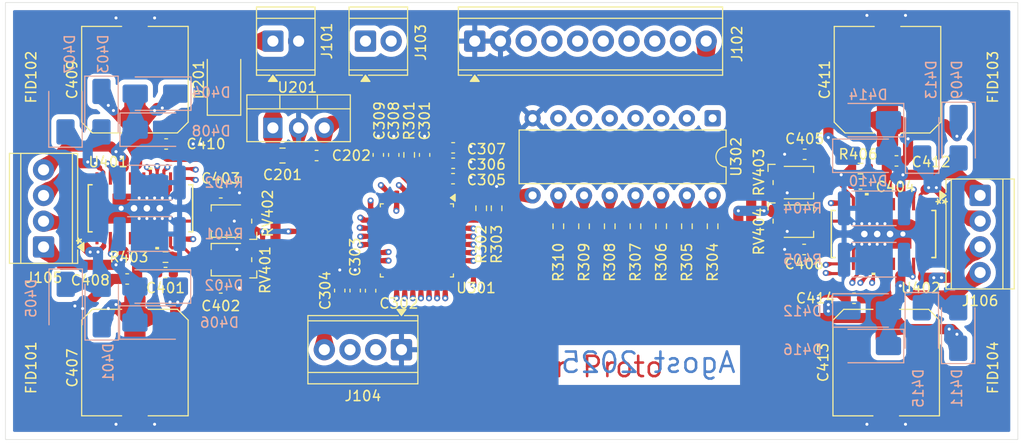
<source format=kicad_pcb>
(kicad_pcb (version 20241229) (generator "pcbnew") (generator_version "9.0")
  (layers (0 "F.Cu" signal) (4 "In1.Cu" signal) (6 "In2.Cu" signal) (2 "B.Cu" signal) (13 "F.Paste" user) (15 "B.Paste" user) (5 "F.SilkS" user "F.Silkscreen") (7 "B.SilkS" user "B.Silkscreen") (1 "F.Mask" user) (3 "B.Mask" user) (25 "Edge.Cuts" user))
  (net 0 "")
  (net 1 "/MCU/NRST")
  (net 2 "GNDREF")
  (net 3 "/DRIVERS/M2_OUT1B")
  (net 4 "/MCU/SYS_SWDIO")
  (net 5 "/MCU/SYS_SWCLK")
  (net 6 "/DRIVERS/M2_OUT1A")
  (net 7 "/DRIVERS/M2_OUT2B")
  (net 8 "/DRIVERS/M2_OUT2A")
  (net 9 "/MCU/IN1")
  (net 10 "/MCU/IN2")
  (net 11 "/MCU/IN3")
  (net 12 "/MCU/BOOT0")
  (net 13 "/MCU/IN4")
  (net 14 "/MCU/IN5")
  (net 15 "/DRIVERS/M1_CR")
  (net 16 "/DRIVERS/M2_CR")
  (net 17 "/DRIVERS/M1_OUT2B")
  (net 18 "/DRIVERS/M1_OUT2A")
  (net 19 "/DRIVERS/M1_OUT1B")
  (net 20 "/DRIVERS/M1_OUT1A")
  (net 21 "/MCU/USART1_RX")
  (net 22 "/MCU/USART1_TX")
  (net 23 "/M1_PS")
  (net 24 "VCC_12V")
  (net 25 "VCC_3V3")
  (net 26 "VDD")
  (net 27 "/M2_MODE1")
  (net 28 "/M2_CK")
  (net 29 "/M2_EN")
  (net 30 "/M2_CLK")
  (net 31 "/M2_PS")
  (net 32 "/M2_MODE0")
  (net 33 "/M1_EN")
  (net 34 "/M1_MODE1")
  (net 35 "/M1_CLK")
  (net 36 "/M1_CK")
  (net 37 "/M1_MODE0")
  (net 38 "/MCU/IN6")
  (net 39 "/MCU/IN7")
  (net 40 "Net-(U401-RNF1)")
  (net 41 "Net-(U401-RNF2)")
  (net 42 "Net-(U402-RNF1)")
  (net 43 "Net-(U402-RNF2)")
  (net 56 "/DRIVERS/M1_MTH")
  (net 57 "/DRIVERS/M1_VREF")
  (net 58 "/DRIVERS/M2_MTH")
  (net 59 "/DRIVERS/M2_VREF")
  (net 60 "/MCU/INI1")
  (net 61 "/MCU/INI2")
  (net 62 "/MCU/INI3")
  (net 63 "/MCU/INI4")
  (net 64 "/MCU/INI5")
  (net 65 "/MCU/INI6")
  (net 66 "/MCU/INI7")
  (footprint "Capacitor_SMD:C_0805_2012Metric" (layer "F.Cu") (at 114.721 80.913)
    (property "Reference" "C201")
    (property "Value" "330nF/50V")
  )
  (footprint "Capacitor_SMD:C_0603_1608Metric" (layer "F.Cu") (at 108.624 84.596)
    (property "Reference" "C403")
    (property "Value" "1000pF/10V")
  )
  (footprint "Capacitor_SMD:C_Elec_10x10.2" (layer "F.Cu") (at 174.477 73.425 90)
    (property "Reference" "C411")
    (property "Value" "470uF/50V")
  )
  (footprint "Prova_Ricard_Driver_footprint:PinHeader_1x03_P1.27mm_Vertical" (layer "F.Cu") (at 100.055 86.12 90)
    (property "Reference" "J107" (hide yes))
    (property "Value" "ThermalDriv1" (hide yes))
  )
  (footprint "HTSSOP-B28_ROM:HTSSOP-B28_ROM" (layer "F.Cu") (at 100.69 86.125 90)
    (property "Reference" "U401")
    (property "Value" "BD63521EFV-E2")
  )
  (footprint "Fiducial:Fiducial_1mm_Mask3mm" (layer "F.Cu") (at 184.891 106.44)
    (property "Reference" "FID104")
    (property "Value" "Fiducial")
  )
  (footprint "Capacitor_SMD:C_0603_1608Metric" (layer "F.Cu") (at 171.81 83.728 180)
    (property "Reference" "C404")
    (property "Value" "1000pF/10V")
  )
  (footprint "Capacitor_SMD:C_0603_1608Metric" (layer "F.Cu") (at 123.423 94.261 90)
    (property "Reference" "C302")
    (property "Value" "100nF/10V")
  )
  (footprint "Diode_SMD:D_SMA" (layer "F.Cu") (at 108.945 73.42 90)
    (property "Reference" "D201")
    (property "Value" "1N4001")
  )
  (footprint "Potentiometer_SMD:Potentiometer_Bourns_TC33X_Vertical" (layer "F.Cu") (at 165.28 83.585)
    (property "Reference" "RV403")
    (property "Value" "R_Potentiometer")
  )
  (footprint "Potentiometer_SMD:Potentiometer_Bourns_TC33X_Vertical" (layer "F.Cu") (at 109.58 91.2 180)
    (property "Reference" "RV401")
    (property "Value" "R_Potentiometer")
  )
  (footprint "Package_DIP:DIP-16_W7.62mm" (layer "F.Cu") (at 157.205 77.23 -90)
    (property "Reference" "U302")
    (property "Value" "ULN2002A")
  )
  (footprint "Resistor_SMD:R_0603_1608Metric" (layer "F.Cu") (at 147.045 87.898 90)
    (property "Reference" "R308")
    (property "Value" "10k")
  )
  (footprint "Capacitor_SMD:C_0603_1608Metric" (layer "F.Cu") (at 175.366 81.442)
    (property "Reference" "C412")
    (property "Value" "100nF/50V")
  )
  (footprint "Resistor_SMD:R_0603_1608Metric" (layer "F.Cu") (at 135.869 86.12 90)
    (property "Reference" "R303")
    (property "Value" "100k")
  )
  (footprint "Resistor_SMD:R_0603_1608Metric" (layer "F.Cu") (at 141.965 87.898 90)
    (property "Reference" "R310")
    (property "Value" "10k")
  )
  (footprint "Capacitor_SMD:C_0603_1608Metric" (layer "F.Cu") (at 166.296 80.791 180)
    (property "Reference" "C405")
    (property "Value" "1000pF/10V")
  )
  (footprint "Capacitor_SMD:C_Elec_10x10.2" (layer "F.Cu") (at 100.1426 101.36 -90)
    (property "Reference" "C407")
    (property "Value" "470uF/50V")
  )
  (footprint "Potentiometer_SMD:Potentiometer_Bourns_TC33X_Vertical" (layer "F.Cu") (at 165.28 87.395)
    (property "Reference" "RV404")
    (property "Value" "R_Potentiometer")
  )
  (footprint "Fiducial:Fiducial_1mm_Mask3mm" (layer "F.Cu") (at 89.895 106.44)
    (property "Reference" "FID101")
    (property "Value" "Fiducial")
  )
  (footprint "Capacitor_SMD:C_0603_1608Metric" (layer "F.Cu") (at 128.757 80.85 90)
    (property "Reference" "C301")
    (property "Value" "100nF")
  )
  (footprint "Fiducial:Fiducial_1mm_Mask3mm" (layer "F.Cu") (at 184.891 68.34)
    (property "Reference" "FID103")
    (property "Value" "Fiducial")
  )
  (footprint "TerminalBlock_TE-Connectivity:TerminalBlock_TE_282834-4_1x04_P2.54mm_Horizontal" (layer "F.Cu") (at 91.1201 89.94 90)
    (property "Reference" "J105")
    (property "Value" "A-B StepMotor 1")
  )
  (footprint "Fiducial:Fiducial_1mm_Mask3mm" (layer "F.Cu") (at 89.895 68.34)
    (property "Reference" "FID102")
    (property "Value" "Fiducial")
  )
  (footprint "Resistor_SMD:R_0603_1608Metric" (layer "F.Cu") (at 154.665 87.898 90)
    (property "Reference" "R305")
    (property "Value" "10k")
  )
  (footprint "Resistor_SMD:R_0603_1608Metric" (layer "F.Cu") (at 144.505 87.898 90)
    (property "Reference" "R309")
    (property "Value" "10k")
  )
  (footprint "Capacitor_SMD:C_0603_1608Metric" (layer "F.Cu") (at 131.577 80.151)
    (property "Reference" "C307")
    (property "Value" "4.7uF/10V")
  )
  (footprint "Resistor_SMD:R_0603_1608Metric" (layer "F.Cu") (at 149.585 87.898 90)
    (property "Reference" "R307")
    (property "Value" "10k")
  )
  (footprint "Resistor_SMD:R_0603_1608Metric" (layer "F.Cu") (at 134.345 86.12 -90)
    (property "Reference" "R302")
    (property "Value" "100k")
  )
  (footprint "TerminalBlock_TE-Connectivity:TerminalBlock_TE_1-282834-0_1x10_P2.54mm_Horizontal" (layer "F.Cu") (at 133.71 69.609)
    (property "Reference" "J102")
    (property "Value" "Screw_Terminal_01x10")
  )
  (footprint "Capacitor_SMD:C_0603_1608Metric" (layer "F.Cu") (at 120.375 94.248 90)
    (property "Reference" "C304")
    (property "Value" "4.7uF/10V")
  )
  (footprint "Package_QFP:LQFP-32_7x7mm_P0.8mm" (layer "F.Cu") (at 127.995 89.295 -90)
    (property "Reference" "U301")
    (property "Value" "STM32F030K6Tx")
  )
  (footprint "Resistor_SMD:R_0603_1608Metric" (layer "F.Cu") (at 157.205 87.898 90)
    (property "Reference" "R304")
    (property "Value" "10k")
  )
  (footprint "TerminalBlock_TE-Connectivity:TerminalBlock_TE_282834-2_1x02_P2.54mm_Horizontal" (layer "F.Cu") (at 122.915 69.61)
    (property "Reference" "J103")
    (property "Value" "USART")
  )
  (footprint "Capacitor_SMD:C_0603_1608Metric" (layer "F.Cu") (at 124.185 80.85 90)
    (property "Reference" "C309")
    (property "Value" "4.7uF/10V")
  )
  (footprint "Capacitor_SMD:C_0603_1608Metric" (layer "F.Cu") (at 99.3806 93.105 180)
    (property "Reference" "C408")
    (property "Value" "100nF/50V")
  )
  (footprint "Resistor_SMD:R_0603_1608Metric" (layer "F.Cu") (at 152.125 87.898 90)
    (property "Reference" "R306")
    (property "Value" "10k")
  )
  (footprint "Capacitor_SMD:C_0603_1608Metric" (layer "F.Cu") (at 171.175 95.015 180)
    (property "Reference" "C414")
    (property "Value" "100nF/50V")
  )
  (footprint "Capacitor_SMD:C_Elec_10x10.2" (layer "F.Cu") (at 100.1426 73.42 90)
    (property "Reference" "C409")
    (property "Value" "470uF/50V")
  )
  (footprint "Capacitor_SMD:C_0603_1608Metric" (layer "F.Cu") (at 108.624 93.994)
    (property "Reference" "C402")
    (property "Value" "1000pF/10V")
  )
  (footprint "Capacitor_SMD:C_0603_1608Metric" (layer "F.Cu") (at 131.577 81.675)
    (property "Reference" "C306")
    (property "Value" "100nF/10V")
  )
  (footprint "Potentiometer_SMD:Potentiometer_Bourns_TC33X_Vertical" (layer "F.Cu") (at 109.58 87.39 180)
    (property "Reference" "RV402")
    (property "Value" "R_Potentiometer")
  )
  (footprint "Capacitor_SMD:C_0603_1608Metric" (layer "F.Cu") (at 118.089 80.913 180)
    (property "Reference" "C202")
    (property "Value" "100nF/10V")
  )
  (footprint "Capacitor_SMD:C_0603_1608Metric" (layer "F.Cu") (at 103.23 79.77)
    (property "Reference" "C410")
    (property "Value" "100nF/50V")
  )
  (footprint "Package_TO_SOT_THT:TO-220-3_Vertical" (layer "F.Cu") (at 113.771 78.18)
    (property "Reference" "U201")
    (property "Value" "LM7833_TO220")
  )
  (footprint "Capacitor_SMD:C_0603_1608Metric" (layer "F.Cu") (at 121.899 94.248 90)
    (property "Reference" "C303")
    (property "Value" "100nF/10V")
  )
  (footprint "Capacitor_SMD:C_Elec_10x10.2" (layer "F.Cu") (at 174.35 101.365 -90)
    (property "Reference" "C413")
    (property "Value" "470uF/50V")
  )
  (footprint "TerminalBlock_TE-Connectivity:TerminalBlock_TE_282834-2_1x02_P2.54mm_Horizontal" (layer "F.Cu") (at 113.772 69.61)
    (property "Reference" "J101")
    (property "Value" "Batteries")
  )
  (footprint "Resistor_SMD:R_0603_1608Metric" (layer "F.Cu") (at 171.81 82.204 180)
    (property "Reference" "R406")
    (property "Value" "39k")
  )
  (footprint "Resistor_SMD:R_0603_1608Metric" (layer "F.Cu") (at 127.233 80.85 -90)
    (property "Reference" "R301")
    (property "Value" "100k")
  )
  (footprint "Capacitor_SMD:C_0603_1608Metric" (layer "F.Cu") (at 125.709 80.85 90)
    (property "Reference" "C308")
    (property "Value" "10nF/10V")
  )
  (footprint "Resistor_SMD:R_0603_1608Metric" (layer "F.Cu") (at 103.166 90.946)
    (property "Reference" "R403")
    (property "Value" "39k")
  )
  (footprint "Capacitor_SMD:C_0603_1608Metric" (layer "F.Cu") (at 166.2452 90.189 180)
    (property "Reference" "C406")
    (property "Value" "1000pF/10V")
  )
  (footprint "TerminalBlock_TE-Connectivity:TerminalBlock_TE_282834-4_1x04_P2.54mm_Horizontal" (layer "F.Cu") (at 183.6265 84.85 -90)
    (property "Reference" "J106")
    (property "Value" "A-B StepMotor 2")
  )
  (footprint "TerminalBlock_TE-Connectivity:TerminalBlock_TE_282834-4_1x04_P2.54mm_Horizontal" (layer "F.Cu") (at 126.471 100.09 180)
    (property "Reference" "J104")
    (property "Value" "Conn_Prog")
  )
  (footprint "HTSSOP-B28_ROM:HTSSOP-B28_ROM" (layer "F.Cu") (at 174.0814 88.665 -90)
    (property "Reference" "U402")
    (property "Value" "BD63521EFV-E2")
  )
  (footprint "Capacitor_SMD:C_0603_1608Metric" (layer "F.Cu") (at 131.564 83.199)
    (property "Reference" "C305")
    (property "Value" "100nF/10V")
  )
  (footprint "Prova_Ricard_Driver_footprint:PinHeader_1x03_P1.27mm_Vertical" (layer "F.Cu") (at 174.731 88.665 -90)
    (property "Reference" "J108" (hide yes))
    (property "Value" "ThermalDriv2" (hide yes))
  )
  (footprint "Capacitor_SMD:C_0603_1608Metric" (layer "F.Cu") (at 103.166 92.47)
    (property "Reference" "C401")
    (property "Value" "1000pF/10V")
  )
  (footprint "Diode_SMD:D_SMA" (layer "B.Cu") (at 102.1426 93.851 180)
    (property "Reference" "D402")
    (property "Value" "SK36A")
  )
  (footprint "Diode_SMD:D_SMA" (layer "B.Cu") (at 172.572 77.418 180)
    (property "Reference" "D414")
    (property "Value" "SK36A")
  )
  (footprint "Diode_SMD:D_SMA" (layer "B.Cu") (at 177.866 97.952 -90)
    (property "Reference" "D415")
    (property "Value" "SK36A")
  )
  (footprint "Resistor_SMD:R_2512_6332Metric" (layer "B.Cu") (at 173.1515 91.205 180)
    (property "Reference" "R405")
    (property "Value" "0.25R")
  )
  (footprint "Diode_SMD:D_SMA" (layer "B.Cu") (at 96.8646 95.629 90)
    (property "Reference" "D401")
    (property "Value" "SK36A")
  )
  (footprint "Diode_SMD:D_SMA" (layer "B.Cu") (at 172.572 96.214)
    (property "Reference" "D412")
    (property "Value" "SK36A")
  )
  (footprint "Resistor_SMD:R_2512_6332Metric" (layer "B.Cu") (at 101.5951 88.665)
    (property "Reference" "R401")
    (property "Value" "0.25R")
  )
  (footprint "Diode_SMD:D_SMA" (layer "B.Cu") (at 172.572 99.73 180)
    (property "Reference" "D416")
    (property "Value" "SK36A")
  )
  (footprint "Diode_SMD:D_SMA" (layer "B.Cu") (at 181.502 79.156 -90)
    (property "Reference" "D409")
    (property "Value" "SK36A")
  )
  (footprint "Resistor_SMD:R_2512_6332Metric" (layer "B.Cu") (at 173.1515 86.125 180)
    (property "Reference" "R404")
    (property "Value" "0.25R")
  )
  (footprint "Diode_SMD:D_SMA" (layer "B.Cu") (at 93.3086 95.629 -90)
    (property "Reference" "D405")
    (property "Value" "SK36A")
  )
  (footprint "Diode_SMD:D_SMA" (layer "B.Cu") (at 102.1746 78.357)
    (property "Reference" "D408")
    (property "Value" "SK36A")
  )
  (footprint "Diode_SMD:D_SMA" (layer "B.Cu") (at 96.8406 76.579 -90)
    (property "Reference" "D403")
    (property "Value" "SK36A")
  )
  (footprint "Diode_SMD:D_SMA" (layer "B.Cu") (at 102.1746 74.801 180)
    (property "Reference" "D404")
    (property "Value" "SK36A")
  )
  (footprint "Resistor_SMD:R_2512_6332Metric" (layer "B.Cu") (at 101.5951 83.585)
    (property "Reference" "R402")
    (property "Value" "0.25R")
  )
  (footprint "Diode_SMD:D_SMA" (layer "B.Cu") (at 93.2846 76.579 90)
    (property "Reference" "D407")
    (property "Value" "SK36A")
  )
  (footprint "Diode_SMD:D_SMA" (layer "B.Cu") (at 177.906 79.156 90)
    (property "Reference" "D413")
    (property "Value" "SK36A")
  )
  (footprint "Diode_SMD:D_SMA" (layer "B.Cu") (at 181.462 97.952 90)
    (property "Reference" "D411")
    (property "Value" "SK36A")
  )
  (footprint "Diode_SMD:D_SMA" (layer "B.Cu") (at 102.1426 97.407)
    (property "Reference" "D406")
    (property "Value" "SK36A")
  )
  (footprint "Diode_SMD:D_SMA" (layer "B.Cu") (at 172.572 80.934)
    (property "Reference" "D410")
    (property "Value" "SK36A")
  )
  (gr_rect (start 87.355 65.8) (end 187.355 108.96) (stroke (width 0.05)) (fill no) (layer "Edge.Cuts"))
  (gr_text "Driver Proto\nR.Casas" (at 143.235 103.392 0) (layer "F.Cu") (effects (font (size 2 2) (thickness 0.25) (bold yes))))
  (gr_text "Agost 2025" (at 150.855 101.36 0) (layer "B.Cu") (effects (font (size 2 2) (thickness 0.25) (bold yes)) (justify mirror)))
  (segment (start 128.707 81.675) (end 128.757 81.625) (width 0.5) (layer "F.Cu") (net 1))
  (segment (start 127.233 81.675) (end 128.707 81.675) (width 0.5) (layer "F.Cu") (net 1))
  (segment (start 128.395 81.987) (end 128.757 81.625) (width 0.5) (layer "F.Cu") (net 1))
  (segment (start 128.395 85.12) (end 128.395 81.987) (width 0.5) (layer "F.Cu") (net 1))
  (segment (start 121.899 93.473) (end 120.375 93.473) (width 0.5) (layer "F.Cu") (net 2))
  (segment (start 170.079 94.694) (end 170.4 95.015) (width 0.5) (layer "F.Cu") (net 2))
  (segment (start 125.709 80.075) (end 125.709 79.008) (width 0.5) (layer "F.Cu") (net 2))
  (segment (start 178.374 85.7186) (end 178.374 86.795) (width 0.3) (layer "F.Cu") (net 2))
  (segment (start 103.0014 89.9564) (end 103.991 90.946) (width 0.3) (layer "F.Cu") (net 2))
  (segment (start 165.521 80.791) (end 164.322 80.791) (width 0.3) (layer "F.Cu") (net 2))
  (segment (start 124.185 80.075) (end 124.185 79.008) (width 0.5) (layer "F.Cu") (net 2))
  (segment (start 102.849 85.104) (end 103.6618 84.2912) (width 0.3) (layer "F.Cu") (net 2))
  (segment (start 171.77 85.7186) (end 171.77 87.477) (width 0.3) (layer "F.Cu") (net 2))
  (segment (start 121.912 93.486) (end 121.899 93.473) (width 0.5) (layer "F.Cu") (net 2))
  (segment (start 95.483 95.518) (end 94.975 96.026) (width 1) (layer "F.Cu") (net 2))
  (segment (start 103.991 90.946) (end 103.991 92.42) (width 0.3) (layer "F.Cu") (net 2))
  (segment (start 135.869 85.295) (end 135.869 83.961) (width 0.5) (layer "F.Cu") (net 2))
  (segment (start 103.0014 87.2884) (end 102.849 87.136) (width 0.3) (layer "F.Cu") (net 2))
  (segment (start 116.311 80.466) (end 116.311 79.91) (width 1) (layer "F.Cu") (net 2))
  (segment (start 109.399 84.596) (end 110.469 84.596) (width 0.5) (layer "F.Cu") (net 2))
  (segment (start 98.277 107.456) (end 102.087 107.456) (width 1) (layer "F.Cu") (net 2))
  (segment (start 94.213 95.772) (end 95.229 95.772) (width 1) (layer "F.Cu") (net 2))
  (segment (start 116.311 79.91) (end 116.311 78.18) (width 1) (layer "F.Cu") (net 2))
  (segment (start 105.897 79.77) (end 104.627 79.77) (width 1) (layer "F.Cu") (net 2))
  (segment (start 110.215 90.184) (end 111.364 90.184) (width 0.3) (layer "F.Cu") (net 2))
  (segment (start 123.82 93.089) (end 123.82 92.095) (width 0.5) (layer "F.Cu") (net 2))
  (segment (start 98.277 67.324) (end 102.087 67.324) (width 1) (layer "F.Cu") (net 2))
  (segment (start 132.352 81.675) (end 133.202 81.675) (width 0.5) (layer "F.Cu") (net 2))
  (segment (start 103.0014 89.0714) (end 103.0014 87.2884) (width 0.3) (layer "F.Cu") (net 2))
  (segment (start 167.935 94.694) (end 170.079 94.694) (width 0.5) (layer "F.Cu") (net 2))
  (segment (start 164.322 80.791) (end 164.317 80.786) (width 0.3) (layer "F.Cu") (net 2))
  (segment (start 103.0014 89.0714) (end 103.0014 89.9564) (width 0.3) (layer "F.Cu") (net 2))
  (segment (start 101.6806 87.4916) (end 101.325 87.136) (width 0.3) (layer "F.Cu") (net 2))
  (segment (start 170.985 82.204) (end 170.519 82.204) (width 0.3) (layer "F.Cu") (net 2))
  (segment (start 170.519 82.204) (end 169.905 82.818) (width 0.3) (layer "F.Cu") (net 2))
  (segment (start 171.035 83.728) (end 170.815 83.728) (width 0.3) (layer "F.Cu") (net 2))
  (segment (start 132.17 86.495) (end 132.339 86.326) (width 0.5) (layer "F.Cu") (net 2))
  (segment (start 133.202 81.675) (end 133.329 81.548) (width 0.5) (layer "F.Cu") (net 2))
  (segment (start 176.509 81.074) (end 176.141 81.442) (width 1) (layer "F.Cu") (net 2))
  (segment (start 165.4702 90.189) (end 164.322 90.189) (width 0.3) (layer "F.Cu") (net 2))
  (segment (start 164.322 90.189) (end 164.317 90.184) (width 0.3) (layer "F.Cu") (net 2))
  (segment (start 171.1096 91.6114) (end 171.1096 89.7414) (width 0.3) (layer "F.Cu") (net 2))
  (segment (start 124.185 80.075) (end 125.709 80.075) (width 0.5) (layer "F.Cu") (net 2))
  (segment (start 121.899 93.473) (end 121.899 92.216) (width 0.5) (layer "F.Cu") (net 2))
  (segment (start 115.864 80.913) (end 116.311 80.466) (width 1) (layer "F.Cu") (net 2))
  (segment (start 173.0908 85.7186) (end 173.0908 87.2738) (width 0.3) (layer "F.Cu") (net 2))
  (segment (start 173.0908 87.2738) (end 173.461 87.644) (width 0.3) (layer "F.Cu") (net 2))
  (segment (start 170.815 83.728) (end 169.905 82.818) (width 0.3) (layer "F.Cu") (net 2))
  (segment (start 171.77 87.477) (end 171.937 87.644) (width 0.3) (layer "F.Cu") (net 2))
  (segment (start 123.423 93.486) (end 121.912 93.486) (width 0.5) (layer "F.Cu") (net 2))
  (segment (start 132.352 80.151) (end 133.202 80.151) (width 0.5) (layer "F.Cu") (net 2))
  (segment (start 163.48 84.585) (end 164.56 84.585) (width 0.3) (layer "F.Cu") (net 2))
  (segment (start 97.896 93.105) (end 95.483 95.518) (width 1) (layer "F.Cu") (net 2))
  (segment (start 171.1096 89.7414) (end 171.175 89.676) (width 0.3) (layer "F.Cu") (net 2))
  (segment (start 109.961 87.39) (end 110.38 87.39) (width 0.3) (layer "F.Cu") (net 2))
  (segment (start 103.6618 84.2912) (end 103.6618 83.1786) (width 0.3) (layer "F.Cu") (net 2))
  (segment (start 172.445 107.456) (end 176.255 107.456) (width 1) (layer "F.Cu") (net 2))
  (segment (start 101.6806 89.0714) (end 101.6806 87.4916) (width 0.3) (layer "F.Cu") (net 2))
  (segment (start 132.339 86.326) (end 132.339 83.199) (width 0.5) (layer "F.Cu") (net 2))
  (segment (start 172.445 67.07) (end 176.255 67.07) (width 1) (layer "F.Cu") (net 2))
  (segment (start 176.509 79.262) (end 176.509 81.074) (width 1) (layer "F.Cu") (net 2))
  (segment (start 164.56 84.585) (end 164.571 84.596) (width 0.3) (layer "F.Cu") (net 2))
  (segment (start 98.6056 93.105) (end 97.896 93.105) (width 1) (layer "F.Cu") (net 2))
  (segment (start 132.352 83.186) (end 132.339 83.199) (width 0.5) (layer "F.Cu") (net 2))
  (segment (start 123.423 93.486) (end 123.82 93.089) (width 0.5) (layer "F.Cu") (net 2))
  (segment (start 178.374 86.795) (end 176.509 88.66) (width 0.3) (layer "F.Cu") (net 2))
  (segment (start 133.202 83.199) (end 133.329 83.072) (width 0.5) (layer "F.Cu") (net 2))
  (segment (start 117.314 80.913) (end 116.311 79.91) (width 1) (layer "F.Cu") (net 2))
  (segment (start 109.399 93.994) (end 110.469 93.994) (width 0.5) (layer "F.Cu") (net 2))
  (segment (start 106.659 79.77) (end 104.627 79.77) (width 1) (layer "F.Cu") (net 2))
  (segment (start 120.375 93.473) (end 120.375 92.216) (width 0.5) (layer "F.Cu") (net 2))
  (segment (start 97.515 87.136) (end 98.277 87.136) (width 0.3) (layer "F.Cu") (net 2))
  (segment (start 96.3974 89.0714) (end 96.3974 88.2536) (width 0.3) (layer "F.Cu") (net 2))
  (segment (start 132.339 83.199) (end 133.202 83.199) (width 0.5) (layer "F.Cu") (net 2))
  (segment (start 96.3974 88.2536) (end 97.515 87.136) (width 0.3) (layer "F.Cu") (net 2))
  (segment (start 110.38 87.39) (end 111.38 86.39) (width 0.3) (layer "F.Cu") (net 2))
  (segment (start 133.202 80.151) (end 133.329 80.024) (width 0.5) (layer "F.Cu") (net 2))
  (segment (start 164.56 88.395) (end 164.571 88.406) (width 0.3) (layer "F.Cu") (net 2))
  (segment (start 104.005 79.77) (end 104.627 79.77) (width 1) (layer "F.Cu") (net 2))
  (segment (start 132.352 80.151) (end 132.352 81.675) (width 0.5) (layer "F.Cu") (net 2))
  (segment (start 103.991 92.42) (end 103.941 92.47) (width 0.3) (layer "F.Cu") (net 2))
  (segment (start 132.352 81.675) (end 132.352 83.186) (width 0.5) (layer "F.Cu") (net 2))
  (segment (start 167.619 95.01) (end 167.935 94.694) (width 0.5) (layer "F.Cu") (net 2))
  (segment (start 95.229 95.772) (end 95.483 95.518) (width 1) (layer "F.Cu") (net 2))
  (segment (start 111.364 90.184) (end 111.38 90.2) (width 0.3) (layer "F.Cu") (net 2))
  (segment (start 128.757 80.075) (end 128.757 79.008) (width 0.5) (layer "F.Cu") (net 2))
  (segment (start 163.48 88.395) (end 164.56 88.395) (width 0.3) (layer "F.Cu") (net 2))
  (via (at 176.509 79.262) (size 0.6) (drill 0.3) (layers "F.Cu" "B.Cu") (net 2))
  (via (at 105.897 79.77) (size 0.6) (drill 0.3) (layers "F.Cu" "B.Cu") (net 2))
  (via (at 110.215 90.184) (size 0.6) (drill 0.3) (layers "F.Cu" "B.Cu") (net 2))
  (via (at 176.255 107.456) (size 0.6) (drill 0.3) (layers "F.Cu" "B.Cu") (net 2))
  (via (at 172.699 89.676) (size 0.6) (drill 0.3) (layers "F.Cu" "B.Cu") (net 2))
  (via (at 172.445 107.456) (size 0.6) (drill 0.3) (layers "F.Cu" "B.Cu") (net 2))
  (via (at 110.469 93.994) (size 0.6) (drill 0.3) (layers "F.Cu" "B.Cu") (net 2))
  (via (at 172.445 67.07) (size 0.6) (drill 0.3) (layers "F.Cu" "B.Cu") (net 2))
  (via (at 121.899 92.216) (size 0.6) (drill 0.3) (layers "F.Cu" "B.Cu") (net 2))
  (via (at 174.223 87.644) (size 0.6) (drill 0.3) (layers "F.Cu" "B.Cu") (net 2))
  (via (at 100.563 87.136) (size 0.6) (drill 0.3) (layers "F.Cu" "B.Cu") (net 2))
  (via (at 102.849 85.104) (size 0.6) (drill 0.3) (layers "F.Cu" "B.Cu") (net 2))
  (via (at 120.375 92.216) (size 0.6) (drill 0.3) (layers "F.Cu" "B.Cu") (net 2))
  (via (at 173.461 89.676) (size 0.6) (drill 0.3) (layers "F.Cu" "B.Cu") (net 2))
  (via (at 135.869 83.961) (size 0.6) (drill 0.3) (layers "F.Cu" "B.Cu") (net 2))
  (via (at 176.001 88.66) (size 0.7) (drill 0.5) (layers "F.Cu" "B.Cu") (net 2))
  (via (at 164.317 80.786) (size 0.6) (drill 0.3) (layers "F.Cu" "B.Cu") (net 2))
  (via (at 101.325 87.136) (size 0.6) (drill 0.3) (layers "F.Cu" "B.Cu") (net 2))
  (via (at 102.087 67.324) (size 0.6) (drill 0.3) (layers "F.Cu" "B.Cu") (net 2))
  (via (at 100.563 85.104) (size 0.6) (drill 0.3) (layers "F.Cu" "B.Cu") (net 2))
  (via (at 164.571 84.596) (size 0.6) (drill 0.3) (layers "F.Cu" "B.Cu") (net 2))
  (via (at 98.277 107.456) (size 0.6) (drill 0.3) (layers "F.Cu" "B.Cu") (net 2))
  (via (at 103.611 87.136) (size 0.6) (drill 0.3) (layers "F.Cu" "B.Cu") (net 2))
  (via (at 133.329 80.024) (size 0.6) (drill 0.3) (layers "F.Cu" "B.Cu") (net 2))
  (via (at 171.175 89.676) (size 0.6) (drill 0.3) (layers "F.Cu" "B.Cu") (net 2))
  (via (at 164.571 88.406) (size 0.6) (drill 0.3) (layers "F.Cu" "B.Cu") (net 2))
  (via (at 94.975 96.026) (size 0.6) (drill 0.3) (layers "F.Cu" "B.Cu") (net 2))
  (via (at 98.785 86.12) (size 0.7) (drill 0.5) (layers "F.Cu" "B.Cu") (net 2))
  (via (at 173.461 87.644) (size 0.6) (drill 0.3) (layers "F.Cu" "B.Cu") (net 2))
  (via (at 172.699 87.644) (size 0.6) (drill 0.3) (layers "F.Cu" "B.Cu") (net 2))
  (via (at 171.937 87.644) (size 0.6) (drill 0.3) (layers "F.Cu" "B.Cu") (net 2))
  (via (at 167.619 95.01) (size 0.6) (drill 0.3) (layers "F.Cu" "B.Cu") (net 2))
  (via (at 133.329 81.548) (size 0.6) (drill 0.3) (layers "F.Cu" "B.Cu") (net 2))
  (via (at 110.469 84.596) (size 0.6) (drill 0.3) (layers "F.Cu" "B.Cu") (net 2))
  (via (at 125.709 79.008) (size 0.6) (drill 0.3) (layers "F.Cu" "B.Cu") (net 2))
  (via (at 102.087 87.136) (size 0.6) (drill 0.3) (layers "F.Cu" "B.Cu") (net 2))
  (via (at 171.175 87.644) (size 0.6) (drill 0.3) (layers "F.Cu" "B.Cu") (net 2))
  (via (at 101.325 85.104) (size 0.6) (drill 0.3) (layers "F.Cu" "B.Cu") (net 2))
  (via (at 109.961 87.39) (size 0.6) (drill 0.3) (layers "F.Cu" "B.Cu") (net 2))
  (via (at 102.087 85.104) (size 0.6) (drill 0.3) (layers "F.Cu" "B.Cu") (net 2))
  (via (at 94.213 95.772) (size 0.6) (drill 0.3) (layers "F.Cu" "B.Cu") (net 2))
  (via (at 98.277 67.324) (size 0.6) (drill 0.3) (layers "F.Cu" "B.Cu") (net 2))
  (via (at 169.905 82.818) (size 0.6) (drill 0.3) (layers "F.Cu" "B.Cu") (net 2))
  (via (at 103.611 85.104) (size 0.6) (drill 0.3) (layers "F.Cu" "B.Cu") (net 2))
  (via (at 102.087 107.456) (size 0.6) (drill 0.3) (layers "F.Cu" "B.Cu") (net 2))
  (via (at 174.223 89.676) (size 0.6) (drill 0.3) (layers "F.Cu" "B.Cu") (net 2))
  (via (at 171.937 89.676) (size 0.6) (drill 0.3) (layers "F.Cu" "B.Cu") (net 2))
  (via (at 164.317 90.184) (size 0.6) (drill 0.3) (layers "F.Cu" "B.Cu") (net 2))
  (via (at 176.255 67.07) (size 0.6) (drill 0.3) (layers "F.Cu" "B.Cu") (net 2))
  (via (at 106.659 79.77) (size 0.6) (drill 0.3) (layers "F.Cu" "B.Cu") (net 2))
  (via (at 124.185 79.008) (size 0.6) (drill 0.3) (layers "F.Cu" "B.Cu") (net 2))
  (via (at 102.849 87.136) (size 0.6) (drill 0.3) (layers "F.Cu" "B.Cu") (net 2))
  (via (at 133.329 83.072) (size 0.6) (drill 0.3) (layers "F.Cu" "B.Cu") (net 2))
  (via (at 128.757 79.008) (size 0.6) (drill 0.3) (layers "F.Cu" "B.Cu") (net 2))
  (segment (start 104.5576 88.0826) (end 104.5576 88.665) (width 0.5) (layer "B.Cu") (net 2))
  (segment (start 170.189 86.658) (end 171.175 87.644) (width 0.5) (layer "B.Cu") (net 2))
  (segment (start 170.189 91.205) (end 170.189 90.662) (width 0.5) (layer "B.Cu") (net 2))
  (segment (start 94.975 96.026) (end 94.9116 96.026) (width 1) (layer "B.Cu") (net 2))
  (segment (start 136.25 74.055) (end 139.425 77.23) (width 0.5) (layer "B.Cu") (net 2))
  (segment (start 94.213 96.28) (end 94.4353 96.5023) (width 1) (layer "B.Cu") (net 2))
  (segment (start 94.4353 96.5023) (end 93.3086 97.629) (width 1) (layer "B.Cu") (net 2))
  (segment (start 104.5576 84.1574) (end 104.5576 83.585) (width 0.5) (layer "B.Cu") (net 2))
  (segment (start 170.189 86.125) (end 170.189 86.658) (width 0.5) (layer "B.Cu") (net 2))
  (segment (start 94.9116 96.026) (end 94.4353 96.5023) (width 1) (layer "B.Cu") (net 2))
  (segment (start 94.213 95.772) (end 94.213 96.28) (width 1) (layer "B.Cu") (net 2))
  (segment (start 136.25 69.61) (end 133.71 69.61) (width 0.5) (layer "B.Cu") (net 2))
  (segment (start 136.25 69.61) (end 136.25 74.055) (width 0.5) (layer "B.Cu") (net 2))
  (segment (start 103.611 85.104) (end 104.5576 84.1574) (width 0.5) (layer "B.Cu") (net 2))
  (segment (start 170.189 90.662) (end 171.175 89.676) (width 0.5) (layer "B.Cu") (net 2))
  (segment (start 103.611 87.136) (end 104.5576 88.0826) (width 0.5) (layer "B.Cu") (net 2))
  (segment (start 178.2338 84.2888) (end 177.7136 84.809) (width 0.3) (layer "F.Cu") (net 3))
  (segment (start 178.4346 84.088) (end 178.2338 84.2888) (width 1) (layer "F.Cu") (net 3))
  (segment (start 179.303 84.088) (end 178.4346 84.088) (width 1) (layer "F.Cu") (net 3))
  (segment (start 182.605 87.39) (end 179.303 84.088) (width 1) (layer "F.Cu") (net 3))
  (segment (start 178.541 84.088) (end 178.4346 84.088) (width 0.3) (layer "F.Cu") (net 3))
  (segment (start 177.7136 84.809) (end 177.7136 85.7186) (width 0.3) (layer "F.Cu") (net 3))
  (segment (start 183.6265 87.39) (end 182.605 87.39) (width 1) (layer "F.Cu") (net 3))
  (via (at 178.541 84.088) (size 0.6) (drill 0.3) (layers "F.Cu" "B.Cu") (net 3))
  (via (at 179.303 84.088) (size 0.6) (drill 0.3) (layers "F.Cu" "B.Cu") (net 3))
  (segment (start 179.303 83.355) (end 181.502 81.156) (width 1) (layer "B.Cu") (net 3))
  (segment (start 178.541 84.088) (end 178.541 81.791) (width 1) (layer "B.Cu") (net 3))
  (segment (start 178.541 81.791) (end 177.906 81.156) (width 1) (layer "B.Cu") (net 3))
  (segment (start 178.541 84.088) (end 179.303 84.088) (width 1) (layer "B.Cu") (net 3))
  (segment (start 179.303 84.088) (end 179.303 83.355) (width 1) (layer "B.Cu") (net 3))
  (segment (start 129.995 95.01) (end 129.995 93.47) (width 0.5) (layer "F.Cu") (net 4))
  (via (at 129.995 95.01) (size 0.6) (drill 0.3) (layers "F.Cu" "B.Cu") (net 4))
  (segment (start 130.795 95.01) (end 130.795 93.47) (width 0.5) (layer "F.Cu") (net 5))
  (via (at 130.795 95.01) (size 0.6) (drill 0.3) (layers "F.Cu" "B.Cu") (net 5))
  (segment (start 175.747 83.58) (end 175.747 83.072) (width 1) (layer "F.Cu") (net 6))
  (segment (start 175.747 84.596) (end 175.747 83.58) (width 1) (layer "F.Cu") (net 6))
  (segment (start 181.5945 82.818) (end 183.6265 84.85) (width 1) (layer "F.Cu") (net 6))
  (segment (start 175.7324 84.6106) (end 175.7324 85.7186) (width 0.3) (layer "F.Cu") (net 6))
  (segment (start 175.7324 84.6106) (end 175.747 84.596) (width 1) (layer "F.Cu") (net 6))
  (segment (start 175.747 83.072) (end 176.001 82.818) (width 1) (layer "F.Cu") (net 6))
  (segment (start 176.001 82.818) (end 181.5945 82.818) (width 1) (layer "F.Cu") (net 6))
  (via (at 175.747 83.58) (size 0.6) (drill 0.3) (layers "F.Cu" "B.Cu") (net 6))
  (via (at 176.001 82.818) (size 0.6) (drill 0.3) (layers "F.Cu" "B.Cu") (net 6))
  (segment (start 174.572 80.934) (end 174.572 77.418) (width 1) (layer "B.Cu") (net 6))
  (segment (start 176.001 82.818) (end 176.001 82.363) (width 1) (layer "B.Cu") (net 6))
  (segment (start 176.001 82.363) (end 175.7205 82.0825) (width 1) (layer "B.Cu") (net 6))
  (segment (start 175.747 83.58) (end 175.239 83.072) (width 1) (layer "B.Cu") (net 6))
  (segment (start 175.7205 82.5905) (end 175.7205 82.0825) (width 1) (layer "B.Cu") (net 6))
  (segment (start 175.239 83.072) (end 175.7205 82.5905) (width 1) (layer "B.Cu") (net 6))
  (segment (start 175.7205 82.0825) (end 174.572 80.934) (width 1) (layer "B.Cu") (net 6))
  (segment (start 177.7136 92.6586) (end 177.7136 91.6114) (width 0.3) (layer "F.Cu") (net 7))
  (segment (start 178.038 92.983) (end 178.033 92.978) (width 1) (layer "F.Cu") (net 7))
  (segment (start 179.049 92.983) (end 180.5735 92.983) (width 1) (layer "F.Cu") (net 7))
  (segment (start 178.033 92.978) (end 177.7136 92.6586) (width 0.3) (layer "F.Cu") (net 7))
  (segment (start 179.049 92.983) (end 178.038 92.983) (width 1) (layer "F.Cu") (net 7))
  (segment (start 180.5735 92.983) (end 183.6265 89.93) (width 1) (layer "F.Cu") (net 7))
  (segment (start 178.033 92.978) (end 177.977 92.922) (width 1) (layer "F.Cu") (net 7))
  (via (at 179.049 92.983) (size 0.6) (drill 0.3) (layers "F.Cu" "B.Cu") (net 7))
  (via (at 179.811 92.978) (size 0.6) (drill 0.3) (layers "F.Cu" "B.Cu") (net 7))
  (segment (start 179.049 94.769) (end 180.232 95.952) (width 1) (layer "B.Cu") (net 7))
  (segment (start 179.049 92.983) (end 179.049 94.769) (width 1) (layer "B.Cu") (net 7))
  (segment (start 179.806 92.983) (end 179.811 92.978) (width 1) (layer "B.Cu") (net 7))
  (segment (start 180.232 95.952) (end 181.462 95.952) (width 1) (layer "B.Cu") (net 7))
  (segment (start 179.049 92.983) (end 179.806 92.983) (width 1) (layer "B.Cu") (net 7))
  (segment (start 179.049 94.769) (end 177.866 95.952) (width 1) (layer "B.Cu") (net 7))
  (segment (start 176.2195 94.248) (end 175.747 93.7755) (width 1) (layer "F.Cu") (net 8))
  (segment (start 175.747 92.795) (end 175.7324 92.7804) (width 1) (layer "F.Cu") (net 8))
  (segment (start 181.363802 94.732698) (end 176.993698 94.732698) (width 1) (layer "F.Cu") (net 8))
  (segment (start 175.747 93.7755) (end 175.747 92.795) (width 1) (layer "F.Cu") (net 8))
  (segment (start 176.509 94.248) (end 176.2195 94.248) (width 1) (layer "F.Cu") (net 8))
  (segment (start 176.993698 94.732698) (end 176.509 94.248) (width 1) (layer "F.Cu") (net 8))
  (segment (start 175.7324 92.7804) (end 175.7324 91.6114) (width 0.3) (layer "F.Cu") (net 8))
  (segment (start 183.6265 92.47) (end 181.363802 94.732698) (width 1) (layer "F.Cu") (net 8))
  (via (at 176.509 94.248) (size 0.6) (drill 0.3) (layers "F.Cu" "B.Cu") (net 8))
  (via (at 175.747 93.7755) (size 0.6) (drill 0.3) (layers "F.Cu" "B.Cu") (net 8))
  (segment (start 175.747 95.039) (end 174.572 96.214) (width 1) (layer "B.Cu") (net 8))
  (segment (start 175.747 93.7755) (end 175.747 94.502) (width 1) (layer "B.Cu") (net 8))
  (segment (start 176.509 94.248) (end 176.001 94.248) (width 1) (layer "B.Cu") (net 8))
  (segment (start 175.747 94.502) (end 175.747 95.039) (width 1) (layer "B.Cu") (net 8))
  (segment (start 174.572 96.214) (end 174.572 99.73) (width 1) (layer "B.Cu") (net 8))
  (segment (start 176.001 94.248) (end 175.747 94.502) (width 1) (layer "B.Cu") (net 8))
  (segment (start 132.17 87.295) (end 133.995 87.295) (width 0.5) (layer "F.Cu") (net 12))
  (segment (start 133.995 87.295) (end 134.345 86.945) (width 0.5) (layer "F.Cu") (net 12))
  (segment (start 135.869 86.945) (end 134.345 86.945) (width 0.5) (layer "F.Cu") (net 12))
  (segment (start 102.391 92.47) (end 102.391 90.996) (width 0.3) (layer "F.Cu") (net 15))
  (segment (start 102.341 90.946) (end 102.341 89.0714) (width 0.3) (layer "F.Cu") (net 15))
  (segment (start 102.391 90.996) (end 102.341 90.946) (width 0.3) (layer "F.Cu") (net 15))
  (segment (start 172.585 82.254) (end 172.635 82.204) (width 0.3) (layer "F.Cu") (net 16))
  (segment (start 172.585 83.728) (end 172.585 82.254) (width 0.3) (layer "F.Cu") (net 16))
  (segment (start 172.4304 83.8826) (end 172.585 83.728) (width 0.3) (layer "F.Cu") (net 16))
  (segment (start 172.4304 85.7186) (end 172.4304 83.8826) (width 0.3) (layer "F.Cu") (net 16))
  (segment (start 96.245 81.734082) (end 96.628918 82.118) (width 0.5) (layer "F.Cu") (net 17))
  (segment (start 97.0578 83.1786) (end 97.0578 82.546882) (width 0.3) (layer "F.Cu") (net 17))
  (segment (start 96.628918 82.118) (end 96.659959 82.118) (width 0.5) (layer "F.Cu") (net 17))
  (segment (start 96.245 81.734082) (end 96.245 81.675) (width 0.3) (layer "F.Cu") (net 17))
  (segment (start 96.245 81.675) (end 94.3051 81.675) (width 1) (layer "F.Cu") (net 17))
  (segment (start 97.0578 82.546882) (end 96.245 81.734082) (width 0.3) (layer "F.Cu") (net 17))
  (segment (start 94.3051 81.675) (end 91.1201 84.86) (width 1) (layer "F.Cu") (net 17))
  (via (at 95.483 81.548) (size 0.6) (drill 0.3) (layers "F.Cu" "B.Cu") (net 17))
  (via (at 96.245 81.675) (size 0.6) (drill 0.3) (layers "F.Cu" "B.Cu") (net 17))
  (segment (start 95.483 79.9366) (end 94.6422 79.9366) (width 1) (layer "B.Cu") (net 17))
  (segment (start 94.6422 79.9366) (end 93.2846 78.579) (width 1) (layer "B.Cu") (net 17))
  (segment (start 95.483 79.9366) (end 96.8406 78.579) (width 1) (layer "B.Cu") (net 17))
  (segment (start 95.61 81.675) (end 95.483 81.548) (width 1) (layer "B.Cu") (net 17))
  (segment (start 93.2846 78.7146) (end 93.2846 78.579) (width 1) (layer "B.Cu") (net 17))
  (segment (start 96.245 81.675) (end 95.61 81.675) (width 1) (layer "B.Cu") (net 17))
  (segment (start 95.483 81.548) (end 95.483 79.9366) (width 1) (layer "B.Cu") (net 17))
  (segment (start 99.039 81.294) (end 98.785 81.04) (width 1) (layer "F.Cu") (net 18))
  (segment (start 98.785 81.04) (end 97.769 80.024) (width 1) (layer "F.Cu") (net 18))
  (segment (start 93.4161 80.024) (end 91.1201 82.32) (width 1) (layer "F.Cu") (net 18))
  (segment (start 99.039 82.056) (end 99.039 81.294) (width 1) (layer "F.Cu") (net 18))
  (segment (start 97.769 80.024) (end 93.4161 80.024) (width 1) (layer "F.Cu") (net 18))
  (segment (start 99.039 83.1786) (end 99.039 82.056) (width 0.3) (layer "F.Cu") (net 18))
  (via (at 98.785 81.04) (size 0.6) (drill 0.3) (layers "F.Cu" "B.Cu") (net 18))
  (via (at 98.277 80.532) (size 0.6) (drill 0.3) (layers "F.Cu" "B.Cu") (net 18))
  (segment (start 100.1746 78.357) (end 100.1746 74.801) (width 1) (layer "B.Cu") (net 18))
  (segment (start 98.277 80.532) (end 100.1746 78.6344) (width 1) (layer "B.Cu") (net 18))
  (segment (start 98.277 80.532) (end 98.785 81.04) (width 1) (layer "B.Cu") (net 18))
  (segment (start 100.1746 78.6344) (end 100.1746 78.357) (width 1) (layer "B.Cu") (net 18))
  (segment (start 95.2808 90.0052) (end 92.6756 87.4) (width 1) (layer "F.Cu") (net 19))
  (segment (start 95.7253 90.4497) (end 95.2808 90.0052) (width 1) (layer "F.Cu") (net 19))
  (segment (start 96.6008 90.438) (end 95.7136 90.438) (width 0.3) (layer "F.Cu") (net 19))
  (segment (start 97.0578 89.0714) (end 97.0578 89.803) (width 0.3) (layer "F.Cu") (net 19))
  (segment (start 97.0578 89.803) (end 97.0578 89.981) (width 0.3) (layer "F.Cu") (net 19))
  (segment (start 96.499 90.438) (end 97.0578 89.8792) (width 0.5) (layer "F.Cu") (net 19))
  (segment (start 97.0578 89.981) (end 96.6008 90.438) (width 0.3) (layer "F.Cu") (net 19))
  (segment (start 97.0578 89.8792) (end 97.0578 89.803) (width 0.5) (layer "F.Cu") (net 19))
  (segment (start 92.6756 87.4) (end 91.1201 87.4) (width 1) (layer "F.Cu") (net 19))
  (segment (start 96.499 90.438) (end 95.7136 90.438) (width 1) (layer "F.Cu") (net 19))
  (segment (start 95.7136 90.438) (end 95.2808 90.0052) (width 0.3) (layer "F.Cu") (net 19))
  (via (at 95.7253 90.4497) (size 0.6) (drill 0.3) (layers "F.Cu" "B.Cu") (net 19))
  (via (at 96.499 90.438) (size 0.6) (drill 0.3) (layers "F.Cu" "B.Cu") (net 19))
  (segment (start 96.8646 93.629) (end 93.3086 93.629) (width 1) (layer "B.Cu") (net 19))
  (segment (start 96.499 93.2634) (end 96.8646 93.629) (width 1) (layer "B.Cu") (net 19))
  (segment (start 96.499 90.438) (end 96.499 93.2634) (width 1) (layer "B.Cu") (net 19))
  (segment (start 95.737 90.438) (end 96.499 90.438) (width 1) (layer "B.Cu") (net 19))
  (segment (start 95.7253 90.4497) (end 95.737 90.438) (width 1) (layer "B.Cu") (net 19))
  (segment (start 92.8881 91.708) (end 91.1201 89.94) (width 1) (layer "F.Cu") (net 20))
  (segment (start 99.039 90.382) (end 99.039 89.0714) (width 0.3) (layer "F.Cu") (net 20))
  (segment (start 99.039 90.946) (end 99.039 90.382) (width 1) (layer "F.Cu") (net 20))
  (segment (start 98.785 91.2) (end 98.277 91.708) (width 1) (layer "F.Cu") (net 20))
  (segment (start 98.785 91.2) (end 99.039 90.946) (width 1) (layer "F.Cu") (net 20))
  (segment (start 92.8881 91.708) (end 98.277 91.708) (width 1) (layer "F.Cu") (net 20))
  (via (at 98.277 91.708) (size 0.6) (drill 0.3) (layers "F.Cu" "B.Cu") (net 20))
  (via (at 98.785 91.2) (size 0.6) (drill 0.3) (layers "F.Cu" "B.Cu") (net 20))
  (segment (start 98.785 91.2) (end 98.658 91.327) (width 1) (layer "B.Cu") (net 20))
  (segment (start 98.658 92.089) (end 100.1426 93.5736) (width 1) (layer "B.Cu") (net 20))
  (segment (start 98.658 91.327) (end 98.658 92.089) (width 1) (layer "B.Cu") (net 20))
  (segment (start 100.1426 93.851) (end 100.1426 97.407) (width 1) (layer "B.Cu") (net 20))
  (segment (start 100.1426 93.5736) (end 100.1426 93.851) (width 1) (layer "B.Cu") (net 20))
  (segment (start 98.277 91.708) (end 98.658 92.089) (width 1) (layer "B.Cu") (net 20))
  (segment (start 123.82 86.495) (end 123.423 86.098) (width 0.5) (layer "F.Cu") (net 21))
  (segment (start 123.423 86.098) (end 123.423 85.358) (width 0.5) (layer "F.Cu") (net 21))
  (via (at 123.423 85.358) (size 0.6) (drill 0.3) (layers "F.Cu" "B.Cu") (net 21))
  (segment (start 125.195 85.12) (end 125.195 84.59) (width 0.5) (layer "F.Cu") (net 22))
  (segment (start 125.195 84.59) (end 124.439 83.834) (width 0.5) (layer "F.Cu") (net 22))
  (via (at 124.439 83.834) (size 0.6) (drill 0.3) (layers "F.Cu" "B.Cu") (net 22))
  (segment (start 105.8004 89.0714) (end 105.897 89.168) (width 0.3) (layer "F.Cu") (net 23))
  (segment (start 105.0792 89.168) (end 104.9826 89.0714) (width 0.5) (layer "F.Cu") (net 23))
  (segment (start 125.995 86.342) (end 125.995 85.12) (width 0.5) (layer "F.Cu") (net 23))
  (segment (start 105.897 89.168) (end 105.0792 89.168) (width 0.5) (layer "F.Cu") (net 23))
  (segment (start 125.963 86.374) (end 125.995 86.342) (width 0.5) (layer "F.Cu") (net 23))
  (via (at 125.963 86.374) (size 0.6) (drill 0.3) (layers "F.Cu" "B.Cu") (net 23))
  (via (at 105.897 89.168) (size 0.6) (drill 0.3) (layers "F.Cu" "B.Cu") (net 23))
  (segment (start 97.515 96.026) (end 97.5705 96.0815) (width 1) (layer "F.Cu") (net 24))
  (segment (start 99.608 96.96) (end 98.7295 96.0815) (width 1) (layer "F.Cu") (net 24))
  (segment (start 100.3598 89.0714) (end 100.3598 90.382) (width 0.3) (layer "F.Cu") (net 24))
  (segment (start 103.3626 81.04) (end 100.1426 77.82) (width 1) (layer "F.Cu") (net 24))
  (segment (start 174.477 81.328) (end 174.591 81.442) (width 1) (layer "F.Cu") (net 24))
  (segment (start 100.735 77.82) (end 102.087 76.468) (width 1) (layer "F.Cu") (net 24))
  (segment (start 168.635 77.23) (end 173.882 77.23) (width 1) (layer "F.Cu") (net 24))
  (segment (start 174.591 81.4956) (end 174.4116 81.675) (width 0.3) (layer "F.Cu") (net 24))
  (segment (start 174.35 94.502) (end 174.297 94.449) (width 1) (layer "F.Cu") (net 24))
  (segment (start 174.35 96.965) (end 174.35 94.502) (width 1) (layer "F.Cu") (net 24))
  (segment (start 156.57 69.609) (end 156.57 74.563) (width 1.5) (layer "F.Cu") (net 24))
  (segment (start 108.945 75.42) (end 109.675 74.69) (width 1) (layer "F.Cu") (net 24))
  (segment (start 161.015 77.23) (end 168.635 77.23) (width 1) (layer "F.Cu") (net 24))
  (segment (start 98.023 76.468) (end 97.515 75.96) (width 1) (layer "F.Cu") (net 24))
  (segment (start 180.573 98.058) (end 180.827 98.058) (width 1) (layer "F.Cu") (net 24))
  (segment (start 171.95 95.015) (end 173.837 95.015) (width 1) (layer "F.Cu") (net 24))
  (segment (start 104.119 95.645) (end 104.373 95.391) (width 1) (layer "F.Cu") (net 24))
  (segment (start 113.771 78.18) (end 113.771 74.817) (width 1) (layer "F.Cu") (net 24))
  (segment (start 174.477 77.825) (end 174.477 81.328) (width 1) (layer "F.Cu") (net 24))
  (segment (start 113.771 74.817) (end 113.644 74.69) (width 1) (layer "F.Cu") (net 24))
  (segment (start 174.297 94.449) (end 174.297 93.0366) (width 1) (layer "F.Cu") (net 24))
  (segment (start 114.03 78.439) (end 113.771 78.18) (width 1) (layer "F.Cu") (net 24))
  (segment (start 113.771 78.18) (end 113.771 80.913) (width 1) (layer "F.Cu") (net 24))
  (segment (start 173.837 95.015) (end 174.35 94.502) (width 1) (layer "F.Cu") (net 24))
  (segment (start 168.635 77.23) (end 168.635 79.135) (width 1) (layer "F.Cu") (net 24))
  (segment (start 173.882 77.23) (end 174.477 77.825) (width 1) (layer "F.Cu") (net 24))
  (segment (start 108.945 81.04) (end 103.3626 81.04) (width 1) (layer "F.Cu") (net 24))
  (segment (start 156.57 74.563) (end 156.697 74.69) (width 1.5) (layer "F.Cu") (net 24))
  (segment (start 102.087 76.468) (end 102.341 76.214) (width 1) (layer "F.Cu") (net 24))
  (segment (start 99.375 77.82) (end 98.023 76.468) (width 1) (layer "F.Cu") (net 24))
  (segment (start 158.475 74.69) (end 161.015 77.23) (width 2) (layer "F.Cu") (net 24))
  (segment (start 174.35 96.965) (end 175.443 98.058) (width 1) (layer "F.Cu") (net 24))
  (segment (start 168.635 96.965) (end 168.635 95.645) (width 1) (layer "F.Cu") (net 24))
  (segment (start 104.119 96.96) (end 104.119 95.645) (width 1) (layer "F.Cu") (net 24))
  (segment (start 174.4116 81.6214) (end 174.4116 84.408) (width 1) (layer "F.Cu") (net 24))
  (segment (start 100.3598 83.1786) (end 100.3598 81.802) (width 0.3) (layer "F.Cu") (net 24))
  (segment (start 108.945 81.04) (end 114.03 86.125) (width 1) (layer "F.Cu") (net 24))
  (segment (start 114.03 93.735) (end 110.805 96.96) (width 1) (layer "F.Cu") (net 24))
  (segment (start 175.443 98.058) (end 180.573 98.058) (width 1) (layer "F.Cu") (net 24))
  (segment (start 115.295 74.69) (end 156.697 74.69) (width 2) (layer "F.Cu") (net 24))
  (segment (start 104.119 96.96) (end 100.1426 96.96) (width 1) (layer "F.Cu") (net 24))
  (segment (start 174.297 93.0366) (end 174.4116 92.922) (width 1) (layer "F.Cu") (net 24))
  (segment (start 108.945 75.42) (end 108.945 81.04) (width 2) (layer "F.Cu") (net 24))
  (segment (start 103.611 95.391) (end 103.865 95.391) (width 1) (layer "F.Cu") (net 24))
  (segment (start 168.635 96.965) (end 174.35 96.965) (width 1) (layer "F.Cu") (net 24))
  (segment (start 97.5705 96.0815) (end 98.7295 96.0815) (width 1) (layer "F.Cu") (net 24))
  (segment (start 100.1426 96.96) (end 99.608 96.96) (width 1) (layer "F.Cu") (net 24))
  (segment (start 114.03 86.125) (end 114.03 93.735) (width 1) (layer "F.Cu") (net 24))
  (segment (start 100.1556 93.105) (end 100.3598 92.9008) (width 1) (layer "F.Cu") (net 24))
  (segment (start 167.415 96.965) (end 168.635 96.965) (width 1) (layer "F.Cu") (net 24))
  (segment (start 161.015 77.23) (end 161.015 90.565) (width 1) (layer "F.Cu") (net 24))
  (segment (start 100.1426 77.82) (end 100.735 77.82) (width 1) (layer "F.Cu") (net 24))
  (segment (start 103.865 95.391) (end 104.119 95.645) (width 1) (layer "F.Cu") (net 24))
  (segment (start 98.7295 96.0815) (end 98.277 95.629) (width 1) (layer "F.Cu") (net 24))
  (segment (start 156.697 74.69) (end 158.475 74.69) (width 2) (layer "F.Cu") (net 24))
  (segment (start 180.827 98.058) (end 181.335 98.566) (width 1) (layer "F.Cu") (net 24))
  (segment (start 110.805 96.96) (end 104.119 96.96) (width 1) (layer "F.Cu") (net 24))
  (segment (start 100.3598 81.802) (end 100.3598 78.0372) (width 1) (layer "F.Cu") (net 24))
  (segment (start 100.1426 77.82) (end 99.375 77.82) (width 1) (layer "F.Cu") (net 24))
  (segment (start 174.591 81.442) (end 174.591 81.4956) (width 0.3) (layer "F.Cu") (net 24))
  (segment (start 100.3598 78.0372) (end 100.1426 77.82) (width 1) (layer "F.Cu") (net 24))
  (segment (start 174.477 77.825) (end 180.152 77.825) (width 1) (layer "F.Cu") (net 24))
  (segment (start 174.4116 85.7186) (end 174.4116 84.408) (width 0.3) (layer "F.Cu") (net 24))
  (segment (start 174.35 96.965) (end 174.4116 96.9034) (width 0.3) (layer "F.Cu") (net 24))
  (segment (start 100.1426 93.118) (end 100.1556 93.105) (width 1) (layer "F.Cu") (net 24))
  (segment (start 174.591 81.442) (end 174.4116 81.6214) (width 1) (layer "F.Cu") (net 24))
  (segment (start 109.675 74.69) (end 113.644 74.69) (width 2) (layer "F.Cu") (net 24))
  (segment (start 174.4116 92.922) (end 174.4116 91.6114) (width 0.3) (layer "F.Cu") (net 24))
  (segment (start 161.015 90.565) (end 167.415 96.965) (width 1) (layer "F.Cu") (net 24))
  (segment (start 100.1426 96.96) (end 100.1426 93.118) (width 1) (layer "F.Cu") (net 24))
  (segment (start 100.3598 92.9008) (end 100.3598 90.382) (width 1) (layer "F.Cu") (net 24))
  (segment (start 102.341 76.214) (end 102.849 76.214) (width 1) (layer "F.Cu") (net 24))
  (segment (start 174.477 77.825) (end 174.4116 77.8904) (width 0.3) (layer "F.Cu") (net 24))
  (segment (start 113.644 74.69) (end 115.295 74.69) (width 2) (layer "F.Cu") (net 24))
  (segment (start 180.152 77.825) (end 181.335 79.008) (width 1) (layer "F.Cu") (net 24))
  (via (at 102.849 76.214) (size 0.6) (drill 0.3) (layers "F.Cu" "B.Cu") (net 24))
  (via (at 168.635 96.28) (size 0.6) (drill 0.3) (layers "F.Cu" "B.Cu") (net 24))
  (via (at 180.573 98.058) (size 0.6) (drill 0.3) (layers "F.Cu" "B.Cu") (net 24))
  (via (at 181.335 79.008) (size 0.6) (drill 0.3) (layers "F.Cu" "B.Cu") (net 24))
  (via (at 97.515 96.026) (size 0.6) (drill 0.3) (layers "F.Cu" "B.Cu") (net 24))
  (via (at 98.023 76.468) (size 0.6) (drill 0.3) (layers "F.Cu" "B.Cu") (net 24))
  (via (at 103.611 95.391) (size 0.6) (drill 0.3) (layers "F.Cu" "B.Cu") (net 24))
  (via (at 98.277 95.629) (size 0.6) (drill 0.3) (layers "F.Cu" "B.Cu") (net 24))
  (via (at 97.515 75.96) (size 0.6) (drill 0.3) (layers "F.Cu" "B.Cu") (net 24))
  (via (at 181.335 98.566) (size 0.6) (drill 0.3) (layers "F.Cu" "B.Cu") (net 24))
  (via (at 104.373 95.391) (size 0.6) (drill 0.3) (layers "F.Cu" "B.Cu") (net 24))
  (via (at 168.635 95.645) (size 0.6) (drill 0.3) (layers "F.Cu" "B.Cu") (net 24))
  (via (at 102.087 76.468) (size 0.6) (drill 0.3) (layers "F.Cu" "B.Cu") (net 24))
  (via (at 168.635 79.135) (size 0.6) (drill 0.3) (layers "F.Cu" "B.Cu") (net 24))
  (segment (start 169.204 96.214) (end 170.572 96.214) (width 1) (layer "B.Cu") (net 24))
  (segment (start 102.087 76.468) (end 102.5076 76.468) (width 1) (layer "B.Cu") (net 24))
  (segment (start 181.462 99.952) (end 181.462 98.693) (width 1) (layer "B.Cu") (net 24))
  (segment (start 181.335 79.008) (end 181.335 77.323) (width 1) (layer "B.Cu") (net 24))
  (segment (start 97.912 95.629) (end 97.515 96.026) (width 1) (layer "B.Cu") (net 24))
  (segment (start 97.515 96.026) (end 97.515 96.9786) (width 1) (layer "B.Cu") (net 24))
  (segment (start 103.611 95.391) (end 103.611 94.3826) (width 1) (layer "B.Cu") (net 24))
  (segment (start 181.462 98.693) (end 181.335 98.566) (width 1) (layer "B.Cu") (net 24))
  (segment (start 180.573 99.063) (end 181.462 99.952) (width 1) (layer "B.Cu") (net 24))
  (segment (start 104.373 94.0814) (end 104.1426 93.851) (width 1) (layer "B.Cu") (net 24))
  (segment (start 104.373 95.391) (end 104.373 94.0814) (width 1) (layer "B.Cu") (net 24))
  (segment (start 170.003 95.645) (end 170.572 96.214) (width 0.3) (layer "B.Cu") (net 24))
  (segment (start 168.635 95.645) (end 169.204 96.214) (width 1) (layer "B.Cu") (net 24))
  (segment (start 98.277 95.629) (end 97.912 95.629) (width 1) (layer "B.Cu") (net 24))
  (segment (start 168.635 79.135) (end 170.434 80.934) (width 1) (layer "B.Cu") (net 24))
  (segment (start 102.5076 76.468) (end 104.1746 74.801) (width 1) (layer "B.Cu") (net 24))
  (segment (start 103.611 94.3826) (end 104.1426 93.851) (width 1) (layer "B.Cu") (net 24))
  (segment (start 98.023 76.468) (end 96.8406 75.2856) (width 1) (layer "B.Cu") (net 24))
  (segment (start 168.635 95.645) (end 168.635 96.28) (width 1) (layer "B.Cu") (net 24))
  (segment (start 170.434 80.934) (end 170.572 80.934) (width 1) (layer "B.Cu") (net 24))
  (segment (start 97.515 96.9786) (end 96.8646 97.629) (width 1) (layer "B.Cu") (net 24))
  (segment (start 96.8406 75.2856) (end 96.8406 74.579) (width 1) (layer "B.Cu") (net 24))
  (segment (start 180.573 98.058) (end 180.573 99.063) (width 1) (layer "B.Cu") (net 24))
  (segment (start 181.335 77.323) (end 181.502 77.156) (width 1) (layer "B.Cu") (net 24))
  (segment (start 123.423 95.036) (end 121.912 95.036) (width 0.5) (layer "F.Cu") (net 25))
  (segment (start 112.755 88.406) (end 111.396 88.406) (width 0.5) (layer "F.Cu") (net 25))
  (segment (start 144.505 88.723) (end 144.505 90.692) (width 0.5) (layer "F.Cu") (net 25))
  (segment (start 112.755 88.406) (end 112.755 91.2) (width 0.5) (layer "F.Cu") (net 25))
  (segment (start 118.851 98.307) (end 118.846 98.312) (width 1) (layer "F.Cu") (net 25))
  (segment (start 119.547 77.484) (end 122.407 77.484) (width 1) (layer "F.Cu") (net 25))
  (segment (start 118.851 78.18) (end 118.851 88.406) (width 1) (layer "F.Cu") (net 25))
  (segment (start 125.195 94.254) (end 124.413 95.036) (width 0.5) (layer "F.Cu") (net 25))
  (segment (start 152.125 90.692) (end 154.665 90.692) (width 1) (layer "F.Cu") (net 25))
  (segment (start 141.965 90.692) (end 144.505 90.692) (width 1) (layer "F.Cu") (net 25))
  (segment (start 118.851 88.406) (end 118.851 95.01) (width 1) (layer "F.Cu") (net 25))
  (segment (start 158.221 90.692) (end 159.745 89.168) (width 1) (layer "F.Cu") (net 25))
  (segment (start 163.459 86.374) (end 163.48 86.395) (width 0.5) (layer "F.Cu") (net 25))
  (segment (start 127.233 77.484) (end 127.233 80.025) (width 0.5) (layer "F.Cu") (net 25))
  (segment (start 157.205 88.723) (end 157.205 90.692) (width 0.5) (layer "F.Cu") (net 25))
  (segment (start 147.045 88.723) (end 147.045 90.692) (width 0.5) (layer "F.Cu") (net 25))
  (segment (start 137.647 87.898) (end 140.441 90.692) (width 1) (layer "F.Cu") (net 25))
  (segment (start 149.585 88.723) (end 149.585 90.692) (width 0.5) (layer "F.Cu") (net 25))
  (segment (start 159.745 89.168) (end 159.745 86.374) (width 1) (layer "F.Cu") (net 25))
  (segment (start 127.595 85.12) (end 127.595 83.942) (width 0.5) (layer "F.Cu") (net 25))
  (segment (start 147.045 90.692) (end 149.585 90.692) (width 1) (layer "F.Cu") (net 25))
  (segment (start 112.755 91.2) (end 111.755 92.2) (width 0.5) (layer "F.Cu") (net 25))
  (segment (start 118.851 78.18) (end 119.547 77.484) (width 1) (layer "F.Cu") (net 25))
  (segment (start 137.647 81.548) (end 137.647 84.85) (width 1) (layer "F.Cu") (net 25))
  (segment (start 157.205 90.692) (end 158.221 90.692) (width 1) (layer "F.Cu") (net 25))
  (segment (start 149.585 90.692) (end 152.125 90.692) (width 1) (layer "F.Cu") (net 25))
  (segment (start 134.345 85.295) (end 134.345 82.818) (width 0.5) (layer "F.Cu") (net 25))
  (segment (start 137.647 84.85) (end 137.647 87.898) (width 1) (layer "F.Cu") (net 25))
  (segment (start 133.583 77.484) (end 136.631 80.532) (width 1) (layer "F.Cu") (net 25))
  (segment (start 121.912 95.036) (end 121.899 95.023) (width 0.5) (layer "F.Cu") (net 25))
  (segment (start 125.195 93.47) (end 125.195 94.254) (width 0.5) (layer "F.Cu") (net 25))
  (segment (start 163.459 82.564) (end 163.48 82.585) (width 0.5) (layer "F.Cu") (net 25))
  (segment (start 111.755 92.2) (end 111.38 92.2) (width 0.5) (layer "F.Cu") (net 25))
  (segment (start 111.396 88.406) (end 111.38 88.39) (width 0.5) (layer "F.Cu") (net 25))
  (segment (start 134.345 82.818) (end 136.631 80.532) (width 0.5) (layer "F.Cu") (net 25))
  (segment (start 140.441 90.692) (end 141.965 90.692) (width 1) (layer "F.Cu") (net 25))
  (segment (start 125.709 81.625) (end 125.709 81.549) (width 0.5) (layer "F.Cu") (net 25))
  (segment (start 136.631 80.532) (end 137.647 81.548) (width 1) (layer "F.Cu") (net 25))
  (segment (start 130.789 77.484) (end 133.583 77.484) (width 1) (layer "F.Cu") (net 25))
  (segment (start 115.295 88.406) (end 118.851 88.406) (width 0.5) (layer "F.Cu") (net 25))
  (segment (start 130.789 77.484) (end 130.789 83.199) (width 0.5) (layer "F.Cu") (net 25))
  (segment (start 162.285 86.374) (end 163.459 86.374) (width 0.5) (layer "F.Cu") (net 25))
  (segment (start 162.285 86.374) (end 162.285 82.564) (width 0.5) (layer "F.Cu") (net 25))
  (segment (start 122.407 77.484) (end 127.233 77.484) (width 1) (layer "F.Cu") (net 25))
  (segment (start 120.375 95.023) (end 121.899 95.023) (width 0.5) (layer "F.Cu") (net 25))
  (segment (start 118.864 95.023) (end 120.375 95.023) (width 0.5) (layer "F.Cu") (net 25))
  (segment (start 154.665 90.692) (end 157.205 90.692) (width 1) (layer "F.Cu") (net 25))
  (segment (start 139.425 84.85) (end 137.647 84.85) (width 1) (layer "F.Cu") (net 25))
  (segment (start 125.709 81.549) (end 127.233 80.025) (width 0.5) (layer "F.Cu") (net 25))
  (segment (start 154.665 88.723) (end 154.665 90.692) (width 0.5) (layer "F.Cu") (net 25))
  (segment (start 118.851 98.317) (end 118.846 98.312) (width 1) (layer "F.Cu") (net 25))
  (segment (start 127.233 77.484) (end 130.789 77.484) (width 1) (layer "F.Cu") (net 25))
  (segment (start 125.709 81.625) (end 124.185 81.625) (width 0.5) (layer "F.Cu") (net 25))
  (segment (start 144.505 90.692) (end 147.045 90.692) (width 1) (layer "F.Cu") (net 25))
  (segment (start 127.595 83.942) (end 125.709 82.056) (width 0.5) (layer "F.Cu") (net 25))
  (segment (start 130.789 85.114) (end 130.795 85.12) (width 0.5) (layer "F.Cu") (net 25))
  (segment (start 118.851 95.01) (end 118.851 98.307) (width 1) (layer "F.Cu") (net 25))
  (segment (start 152.125 88.723) (end 152.125 90.692) (width 0.5) (layer "F.Cu") (net 25))
  (segment (start 130.795 83.205) (end 130.789 83.199) (width 0.3) (layer "F.Cu") (net 25))
  (segment (start 118.851 100.09) (end 118.851 98.317) (width 1) (layer "F.Cu") (net 25))
  (segment (start 125.709 82.056) (end 125.709 81.625) (width 0.5) (layer "F.Cu") (net 25))
  (segment (start 141.965 88.723) (end 141.965 90.692) (width 0.5) (layer "F.Cu") (net 25))
  (segment (start 162.285 82.564) (end 163.459 82.564) (width 0.5) (layer "F.Cu") (net 25))
  (segment (start 130.789 83.199) (end 130.789 85.114) (width 0.5) (layer "F.Cu") (net 25))
  (segment (start 124.413 95.036) (end 123.423 95.036) (width 0.5) (layer "F.Cu") (net 25))
  (segment (start 118.851 95.01) (end 118.864 95.023) (width 0.5) (layer "F.Cu") (net 25))
  (via (at 159.745 86.374) (size 0.6) (drill 0.3) (layers "F.Cu" "B.Cu") (net 25))
  (via (at 162.285 86.374) (size 0.6) (drill 0.3) (layers "F.Cu" "B.Cu") (net 25))
  (via (at 115.295 88.406) (size 0.6) (drill 0.3) (layers "F.Cu" "B.Cu") (net 25))
  (via (at 112.755 88.406) (size 0.6) (drill 0.3) (layers "F.Cu" "B.Cu") (net 25))
  (segment (start 159.745 86.374) (end 162.285 86.374) (width 1) (layer "B.Cu") (net 25))
  (segment (start 115.295 88.406) (end 112.755 88.406) (width 0.5) (layer "B.Cu") (net 25))
  (segment (start 113.771 69.61) (end 110.755 69.61) (width 1) (layer "F.Cu") (net 26))
  (segment (start 110.755 69.61) (end 108.945 71.42) (width 1) (layer "F.Cu") (net 26))
  (segment (start 171.797006 93.486) (end 172.4304 92.852606) (width 0.3) (layer "F.Cu") (net 27))
  (segment (start 126.794994 95.01) (end 126.794994 93.470006) (width 0.5) (layer "F.Cu") (net 27))
  (segment (start 126.794994 93.470006) (end 126.795 93.47) (width 0.5) (layer "F.Cu") (net 27))
  (segment (start 172.4304 92.852606) (end 172.4304 91.6114) (width 0.3) (layer "F.Cu") (net 27))
  (via (at 126.794994 95.01) (size 0.6) (drill 0.3) (layers "F.Cu" "B.Cu") (net 27))
  (via (at 171.797006 93.486) (size 0.6) (drill 0.3) (layers "F.Cu" "B.Cu") (net 27))
  (segment (start 170.4492 92.415) (end 170.2922 92.572) (width 0.3) (layer "F.Cu") (net 28))
  (segment (start 170.4492 91.6114) (end 170.4492 92.415) (width 0.3) (layer "F.Cu") (net 28))
  (segment (start 168.444997 92.572) (end 168.381 92.508003) (width 0.3) (layer "F.Cu") (net 28))
  (segment (start 170.2922 92.572) (end 168.444997 92.572) (width 0.3) (layer "F.Cu") (net 28))
  (segment (start 128.395 95.01) (end 128.395 93.47) (width 0.5) (layer "F.Cu") (net 28))
  (via (at 168.381 92.508003) (size 0.6) (drill 0.3) (layers "F.Cu" "B.Cu") (net 28))
  (via (at 128.395 95.01) (size 0.6) (drill 0.3) (layers "F.Cu" "B.Cu") (net 28))
  (segment (start 125.994991 93.470009) (end 125.995 93.47) (width 0.5) (layer "F.Cu") (net 29))
  (segment (start 125.994991 95.01) (end 125.994991 93.470009) (width 0.5) (layer "F.Cu") (net 29))
  (segment (start 173.0908 93.3482) (end 173.0908 91.6114) (width 0.3) (layer "F.Cu") (net 29))
  (segment (start 172.953 93.486) (end 173.0908 93.3482) (width 0.3) (layer "F.Cu") (net 29))
  (via (at 172.953 93.486) (size 0.6) (drill 0.3) (layers "F.Cu" "B.Cu") (net 29))
  (via (at 125.994991 95.01) (size 0.6) (drill 0.3) (layers "F.Cu" "B.Cu") (net 29))
  (segment (start 168.4776 91.6114) (end 168.381 91.708) (width 0.3) (layer "F.Cu") (net 30))
  (segment (start 129.195 95.01) (end 129.195 93.47) (width 0.5) (layer "F.Cu") (net 30))
  (segment (start 169.7888 91.6114) (end 168.4776 91.6114) (width 0.3) (layer "F.Cu") (net 30))
  (via (at 168.381 91.708) (size 0.6) (drill 0.3) (layers "F.Cu" "B.Cu") (net 30))
  (via (at 129.195 95.01) (size 0.6) (drill 0.3) (layers "F.Cu" "B.Cu") (net 30))
  (segment (start 132.954 92.095) (end 133.583 92.724) (width 0.5) (layer "F.Cu") (net 31))
  (segment (start 133.583 93.74) (end 133.583 92.724) (width 0.5) (layer "F.Cu") (net 31))
  (segment (start 132.17 92.095) (end 132.954 92.095) (width 0.5) (layer "F.Cu") (net 31))
  (segment (start 168.889 85.612) (end 169.6822 85.612) (width 0.5) (layer "F.Cu") (net 31))
  (segment (start 169.6822 85.612) (end 169.7888 85.7186) (width 0.5) (layer "F.Cu") (net 31))
  (segment (start 168.9956 85.7186) (end 168.889 85.612) (width 0.3) (layer "F.Cu") (net 31))
  (via (at 168.889 85.612) (size 0.6) (drill 0.3) (layers "F.Cu" "B.Cu") (net 31))
  (via (at 133.583 93.74) (size 0.6) (drill 0.3) (layers "F.Cu" "B.Cu") (net 31))
  (segment (start 127.594997 93.470003) (end 127.595 93.47) (width 0.5) (layer "F.Cu") (net 32))
  (segment (start 171.77 92.421) (end 171.77 91.6114) (width 0.3) (layer "F.Cu") (net 32))
  (segment (start 170.997006 93.193994) (end 171.77 92.421) (width 0.3) (layer "F.Cu") (net 32))
  (segment (start 127.594997 95.01) (end 127.594997 93.470003) (width 0.5) (layer "F.Cu") (net 32))
  (segment (start 170.997006 93.486) (end 170.997006 93.193994) (width 0.3) (layer "F.Cu") (net 32))
  (via (at 170.997006 93.486) (size 0.6) (drill 0.3) (layers "F.Cu" "B.Cu") (net 32))
  (via (at 127.594997 95.01) (size 0.6) (drill 0.3) (layers "F.Cu" "B.Cu") (net 32))
  (segment (start 122.476003 89.695) (end 122.407 89.764003) (width 0.5) (layer "F.Cu") (net 33))
  (segment (start 123.82 89.695) (end 122.476003 89.695) (width 0.5) (layer "F.Cu") (net 33))
  (segment (start 101.6806 82.410218) (end 101.326875 82.056493) (width 0.3) (layer "F.Cu") (net 33))
  (segment (start 101.6806 83.1786) (end 101.6806 82.410218) (width 0.3) (layer "F.Cu") (net 33))
  (via (at 122.407 89.764003) (size 0.6) (drill 0.3) (layers "F.Cu" "B.Cu") (net 33))
  (via (at 101.326875 82.056493) (size 0.6) (drill 0.3) (layers "F.Cu" "B.Cu") (net 33))
  (segment (start 102.341 81.950281) (end 102.341 83.1786) (width 0.3) (layer "F.Cu") (net 34))
  (segment (start 123.82 88.895) (end 122.426 88.895) (width 0.5) (layer "F.Cu") (net 34))
  (segment (start 122.426 88.895) (end 122.407 88.914) (width 0.5) (layer "F.Cu") (net 34))
  (via (at 102.341 81.950281) (size 0.6) (drill 0.3) (layers "F.Cu" "B.Cu") (net 34))
  (via (at 122.407 88.914) (size 0.6) (drill 0.3) (layers "F.Cu" "B.Cu") (net 34))
  (segment (start 106.0036 83.1786) (end 106.151 83.326) (width 0.3) (layer "F.Cu") (net 35))
  (segment (start 123.82 87.295) (end 122.654003 87.295) (width 0.5) (layer "F.Cu") (net 35))
  (segment (start 122.654003 87.295) (end 122.407 87.047997) (width 0.5) (layer "F.Cu") (net 35))
  (segment (start 104.9826 83.1786) (end 106.0036 83.1786) (width 0.3) (layer "F.Cu") (net 35))
  (via (at 106.151 83.326) (size 0.6) (drill 0.3) (layers "F.Cu" "B.Cu") (net 35))
  (via (at 122.407 87.047997) (size 0.6) (drill 0.3) (layers "F.Cu" "B.Cu") (net 35))
  (segment (start 126.795 84.35195) (end 126.27705 83.834) (width 0.5) (layer "F.Cu") (net 36))
  (segment (start 104.3222 83.1786) (end 104.3222 82.375) (width 0.3) (layer "F.Cu") (net 36))
  (segment (start 106.059 82.218) (end 106.151 82.31) (width 0.3) (layer "F.Cu") (net 36))
  (segment (start 126.795 85.12) (end 126.795 84.35195) (width 0.5) (layer "F.Cu") (net 36))
  (segment (start 104.3222 82.375) (end 104.4792 82.218) (width 0.3) (layer "F.Cu") (net 36))
  (segment (start 104.4792 82.218) (end 106.059 82.218) (width 0.3) (layer "F.Cu") (net 36))
  (segment (start 126.27705 83.834) (end 126.217 83.834) (width 0.5) (layer "F.Cu") (net 36))
  (via (at 106.151 82.31) (size 0.6) (drill 0.3) (layers "F.Cu" "B.Cu") (net 36))
  (via (at 126.217 83.834) (size 0.6) (drill 0.3) (layers "F.Cu" "B.Cu") (net 36))
  (segment (start 123.82 88.095) (end 122.410459 88.095) (width 0.5) (layer "F.Cu") (net 37))
  (segment (start 122.410459 88.095) (end 122.350759 88.0353) (width 0.5) (layer "F.Cu") (net 37))
  (segment (start 103.357 82.056) (end 103.0014 82.4116) (width 0.3) (layer "F.Cu") (net 37))
  (segment (start 103.0014 82.4116) (end 103.0014 83.1786) (width 0.3) (layer "F.Cu") (net 37))
  (via (at 122.350759 88.0353) (size 0.6) (drill 0.3) (layers "F.Cu" "B.Cu") (net 37))
  (via (at 103.357 82.056) (size 0.6) (drill 0.3) (layers "F.Cu" "B.Cu") (net 37))
  (segment (start 98.3786 89.8284) (end 97.769 90.438) (width 0.3) (layer "F.Cu") (net 40))
  (segment (start 97.7182 89.0714) (end 97.7182 90.569093) (width 0.3) (layer "F.Cu") (net 40))
  (segment (start 98.3786 89.0714) (end 98.3786 89.8284) (width 0.3) (layer "F.Cu") (net 40))
  (segment (start 97.769 90.438) (end 97.769 90.619893) (width 0.3) (layer "F.Cu") (net 40))
  (segment (start 97.7182 90.569093) (end 97.769 90.619893) (width 0.3) (layer "F.Cu") (net 40))
  (via (at 97.769 90.619893) (size 0.6) (drill 0.3) (layers "F.Cu" "B.Cu") (net 40))
  (segment (start 98.6326 89.756293) (end 98.6326 88.665) (width 0.3) (layer "B.Cu") (net 40))
  (segment (start 97.769 90.619893) (end 98.6326 89.756293) (width 0.3) (layer "B.Cu") (net 40))
  (segment (start 97.467318 81.715243) (end 97.7182 81.966125) (width 0.3) (layer "F.Cu") (net 41))
  (segment (start 97.7182 81.966125) (end 98.3786 82.626525) (width 0.3) (layer "F.Cu") (net 41))
  (segment (start 98.3786 82.626525) (end 98.3786 83.1786) (width 0.3) (layer "F.Cu") (net 41))
  (segment (start 97.7182 81.966125) (end 97.7182 83.1786) (width 0.3) (layer "F.Cu") (net 41))
  (via (at 97.467318 81.715243) (size 0.6) (drill 0.3) (layers "F.Cu" "B.Cu") (net 41))
  (segment (start 97.467318 81.715243) (end 98.6326 82.880525) (width 0.3) (layer "B.Cu") (net 41))
  (segment (start 98.6326 82.880525) (end 98.6326 83.585) (width 0.3) (layer "B.Cu") (net 41))
  (segment (start 177.069871 85.041529) (end 177.069871 84.27) (width 0.3) (layer "F.Cu") (net 42))
  (segment (start 176.3928 85.7186) (end 177.069871 85.041529) (width 0.3) (layer "F.Cu") (net 42))
  (via (at 177.069871 84.27) (size 0.6) (drill 0.3) (layers "F.Cu" "B.Cu") (net 42))
  (segment (start 176.114 85.225871) (end 176.114 86.125) (width 0.3) (layer "B.Cu") (net 42))
  (segment (start 177.069871 84.27) (end 176.114 85.225871) (width 0.3) (layer "B.Cu") (net 42))
  (segment (start 176.96403 92.18263) (end 176.96403 92.883892) (width 0.3) (layer "F.Cu") (net 43))
  (segment (start 176.3928 91.6114) (end 176.96403 92.18263) (width 0.3) (layer "F.Cu") (net 43))
  (segment (start 177.0532 92.794722) (end 176.96403 92.883892) (width 0.3) (layer "F.Cu") (net 43))
  (segment (start 177.0532 91.6114) (end 177.0532 92.794722) (width 0.3) (layer "F.Cu") (net 43))
  (via (at 176.96403 92.883892) (size 0.6) (drill 0.3) (layers "F.Cu" "B.Cu") (net 43))
  (segment (start 176.96403 92.883892) (end 176.114 92.033862) (width 0.3) (layer "B.Cu") (net 43))
  (segment (start 176.114 92.033862) (end 176.114 91.205) (width 0.3) (layer "B.Cu") (net 43))
  (segment (start 108.13 91.2) (end 107.849 91.481) (width 0.3) (layer "F.Cu") (net 56))
  (segment (start 103.8188 90.032) (end 103.6618 89.875) (width 0.3) (layer "F.Cu") (net 56))
  (segment (start 103.6618 89.875) (end 103.6618 89.0714) (width 0.3) (layer "F.Cu") (net 56))
  (segment (start 108.13 91.2) (end 106.151 91.2) (width 0.3) (layer "F.Cu") (net 56))
  (segment (start 106.151 91.2) (end 104.983 90.032) (width 0.3) (layer "F.Cu") (net 56))
  (segment (start 107.849 91.481) (end 107.849 93.994) (width 0.3) (layer "F.Cu") (net 56))
  (segment (start 104.983 90.032) (end 103.8188 90.032) (width 0.3) (layer "F.Cu") (net 56))
  (segment (start 104.3222 89.0714) (end 104.3222 88.1618) (width 0.3) (layer "F.Cu") (net 57))
  (segment (start 104.3222 88.1618) (end 105.094 87.39) (width 0.3) (layer "F.Cu") (net 57))
  (segment (start 108.13 87.39) (end 107.849 87.109) (width 0.3) (layer "F.Cu") (net 57))
  (segment (start 107.849 87.109) (end 107.849 84.596) (width 0.3) (layer "F.Cu") (net 57))
  (segment (start 105.094 87.39) (end 108.13 87.39) (width 0.3) (layer "F.Cu") (net 57))
  (segment (start 169.596178 83.585) (end 166.73 83.585) (width 0.3) (layer "F.Cu") (net 58))
  (segment (start 171.1096 85.7186) (end 171.1096 85.098422) (width 0.3) (layer "F.Cu") (net 58))
  (segment (start 167.071 83.244) (end 166.73 83.585) (width 0.3) (layer "F.Cu") (net 58))
  (segment (start 171.1096 85.098422) (end 169.596178 83.585) (width 0.3) (layer "F.Cu") (net 58))
  (segment (start 167.071 80.791) (end 167.071 83.244) (width 0.3) (layer "F.Cu") (net 58))
  (segment (start 170.4492 86.6282) (end 170.4492 85.7186) (width 0.3) (layer "F.Cu") (net 59))
  (segment (start 169.6824 87.395) (end 170.4492 86.6282) (width 0.3) (layer "F.Cu") (net 59))
  (segment (start 167.0202 87.6852) (end 166.73 87.395) (width 0.3) (layer "F.Cu") (net 59))
  (segment (start 167.0202 90.189) (end 167.0202 87.6852) (width 0.3) (layer "F.Cu") (net 59))
  (segment (start 166.73 87.395) (end 169.6824 87.395) (width 0.3) (layer "F.Cu") (net 59))
  (segment (start 157.205 87.073) (end 157.205 84.85) (width 0.5) (layer "F.Cu") (net 60))
  (segment (start 125.144 90.495) (end 125.201 90.438) (width 0.5) (layer "F.Cu") (net 60))
  (segment (start 123.82 90.495) (end 125.144 90.495) (width 0.5) (layer "F.Cu") (net 60))
  (via (at 125.201 90.438) (size 0.6) (drill 0.3) (layers "F.Cu" "B.Cu") (net 60))
  (segment (start 123.82 91.295) (end 125.201 91.295) (width 0.5) (layer "F.Cu") (net 61))
  (segment (start 154.665 87.073) (end 154.665 84.85) (width 0.5) (layer "F.Cu") (net 61))
  (via (at 125.201 91.295) (size 0.6) (drill 0.3) (layers "F.Cu" "B.Cu") (net 61))
  (segment (start 132.17 91.295) (end 133.563991 91.295) (width 0.5) (layer "F.Cu") (net 62))
  (segment (start 152.125 87.073) (end 152.125 84.85) (width 0.5) (layer "F.Cu") (net 62))
  (segment (start 133.563991 91.295) (end 133.583 91.314009) (width 0.5) (layer "F.Cu") (net 62))
  (via (at 133.583 91.314009) (size 0.6) (drill 0.3) (layers "F.Cu" "B.Cu") (net 62))
  (segment (start 132.17 90.495) (end 133.563994 90.495) (width 0.5) (layer "F.Cu") (net 63))
  (segment (start 133.563994 90.495) (end 133.583 90.514006) (width 0.5) (layer "F.Cu") (net 63))
  (segment (start 149.585 87.073) (end 149.585 84.85) (width 0.5) (layer "F.Cu") (net 63))
  (via (at 133.583 90.514006) (size 0.6) (drill 0.3) (layers "F.Cu" "B.Cu") (net 63))
  (segment (start 147.045 87.073) (end 147.045 84.85) (width 0.5) (layer "F.Cu") (net 64))
  (segment (start 133.563997 89.695) (end 133.583 89.714003) (width 0.5) (layer "F.Cu") (net 64))
  (segment (start 132.17 89.695) (end 133.563997 89.695) (width 0.5) (layer "F.Cu") (net 64))
  (via (at 133.583 89.714003) (size 0.6) (drill 0.3) (layers "F.Cu" "B.Cu") (net 64))
  (segment (start 133.564 88.895) (end 133.583 88.914) (width 0.5) (layer "F.Cu") (net 65))
  (segment (start 144.505 87.073) (end 144.505 84.85) (width 0.5) (layer "F.Cu") (net 65))
  (segment (start 132.17 88.895) (end 133.564 88.895) (width 0.5) (layer "F.Cu") (net 65))
  (via (at 133.583 88.914) (size 0.6) (drill 0.3) (layers "F.Cu" "B.Cu") (net 65))
  (segment (start 133.564003 88.095) (end 133.583 88.113997) (width 0.5) (layer "F.Cu") (net 66))
  (segment (start 132.17 88.095) (end 133.564003 88.095) (width 0.5) (layer "F.Cu") (net 66))
  (segment (start 141.965 87.073) (end 141.965 84.85) (width 0.5) (layer "F.Cu") (net 66))
  (via (at 133.583 88.113997) (size 0.6) (drill 0.3) (layers "F.Cu" "B.Cu") (net 66))
  (zone (net 2) (net_name "GNDREF") (layer "B.Cu") (connect_pads (clearance 0.5)) (min_thickness 0.25) (fill yes (thermal_gap 0.5) (thermal_bridge_width 0.5))
    (polygon (pts (xy 87.355 108.9546) (xy 87.355 65.8) (xy 187.3548 65.8) (xy 187.3548 108.9546)))
  )
)
</source>
